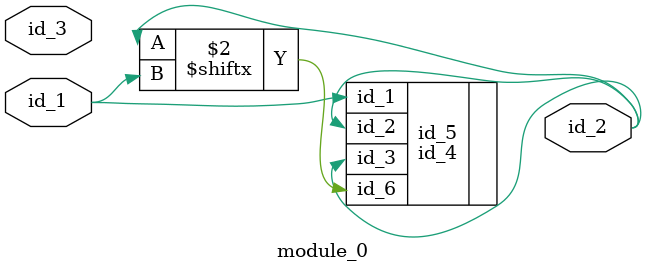
<source format=v>
module module_0 (
    id_1,
    id_2,
    id_3
);
  input id_3;
  output id_2;
  input id_1;
  id_4 id_5 (
      .id_1(id_3[id_1]),
      .id_2(id_3),
      .id_3(id_2),
      .id_1(id_2),
      .id_1(id_1),
      .id_2(id_2),
      .id_6(id_2[id_3 : id_1])
  );
endmodule

</source>
